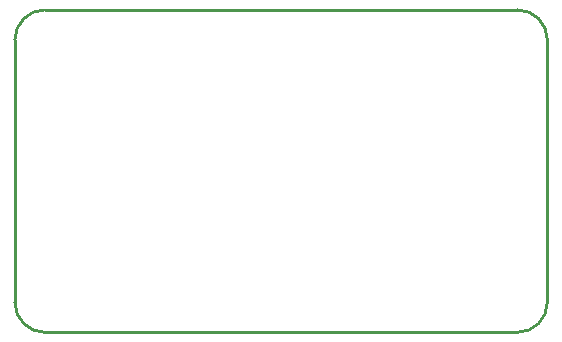
<source format=gbr>
G04 start of page 4 for group 6 idx 6 *
G04 Title: riffle, outline *
G04 Creator: pcb 1.99z *
G04 CreationDate: Sun 23 Mar 2014 08:17:31 PM GMT UTC *
G04 For: ben *
G04 Format: Gerber/RS-274X *
G04 PCB-Dimensions (mil): 6000.00 5000.00 *
G04 PCB-Coordinate-Origin: lower left *
%MOIN*%
%FSLAX25Y25*%
%LNOUTLINE*%
%ADD45C,0.0100*%
G54D45*X295000Y370000D02*Y282500D01*
X127500Y380000D02*X285000D01*
X117500Y370000D02*Y282500D01*
X127500Y272500D02*X285000D01*
X117500Y282500D02*G75*G03X127500Y272500I10000J0D01*G01*
X117500Y370000D02*G75*G02X127500Y380000I10000J0D01*G01*
X285000D02*G75*G02X295000Y370000I0J-10000D01*G01*
Y282500D02*G75*G02X285000Y272500I-10000J0D01*G01*
M02*

</source>
